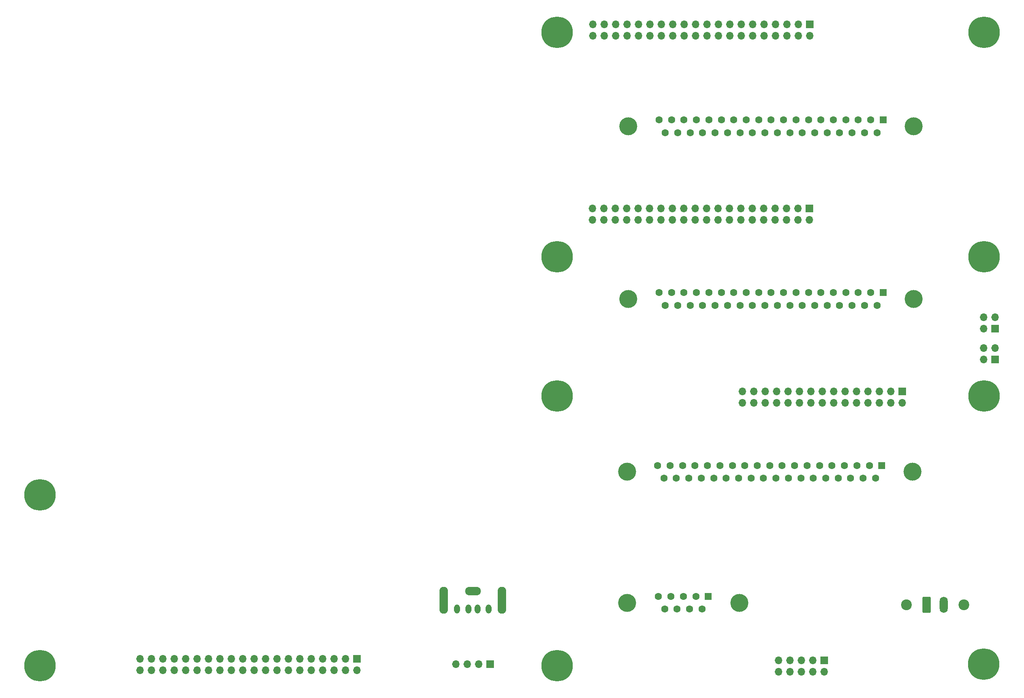
<source format=gbr>
%TF.GenerationSoftware,KiCad,Pcbnew,(7.0.0)*%
%TF.CreationDate,2025-01-08T14:06:24+03:30*%
%TF.ProjectId,tester interface,74657374-6572-4206-996e-746572666163,rev?*%
%TF.SameCoordinates,Original*%
%TF.FileFunction,Soldermask,Bot*%
%TF.FilePolarity,Negative*%
%FSLAX46Y46*%
G04 Gerber Fmt 4.6, Leading zero omitted, Abs format (unit mm)*
G04 Created by KiCad (PCBNEW (7.0.0)) date 2025-01-08 14:06:24*
%MOMM*%
%LPD*%
G01*
G04 APERTURE LIST*
G04 Aperture macros list*
%AMRoundRect*
0 Rectangle with rounded corners*
0 $1 Rounding radius*
0 $2 $3 $4 $5 $6 $7 $8 $9 X,Y pos of 4 corners*
0 Add a 4 corners polygon primitive as box body*
4,1,4,$2,$3,$4,$5,$6,$7,$8,$9,$2,$3,0*
0 Add four circle primitives for the rounded corners*
1,1,$1+$1,$2,$3*
1,1,$1+$1,$4,$5*
1,1,$1+$1,$6,$7*
1,1,$1+$1,$8,$9*
0 Add four rect primitives between the rounded corners*
20,1,$1+$1,$2,$3,$4,$5,0*
20,1,$1+$1,$4,$5,$6,$7,0*
20,1,$1+$1,$6,$7,$8,$9,0*
20,1,$1+$1,$8,$9,$2,$3,0*%
G04 Aperture macros list end*
%ADD10C,4.000000*%
%ADD11R,1.600000X1.600000*%
%ADD12C,1.600000*%
%ADD13C,0.800000*%
%ADD14C,7.000000*%
%ADD15O,1.300000X2.000000*%
%ADD16O,1.900000X6.000000*%
%ADD17O,3.500000X1.900000*%
%ADD18C,2.400000*%
%ADD19RoundRect,0.250000X-0.650000X-1.550000X0.650000X-1.550000X0.650000X1.550000X-0.650000X1.550000X0*%
%ADD20O,1.800000X3.600000*%
%ADD21R,1.700000X1.700000*%
%ADD22O,1.700000X1.700000*%
G04 APERTURE END LIST*
D10*
%TO.C,J10*%
X175162266Y-153129433D03*
X200162266Y-153129433D03*
D11*
X193202265Y-151709432D03*
D12*
X190432266Y-151709433D03*
X187662266Y-151709433D03*
X184892266Y-151709433D03*
X182122266Y-151709433D03*
X191817266Y-154549433D03*
X189047266Y-154549433D03*
X186277266Y-154549433D03*
X183507266Y-154549433D03*
%TD*%
D13*
%TO.C,H2*%
X41915000Y-129120000D03*
X42683845Y-127263845D03*
X42683845Y-130976155D03*
X44540000Y-126495000D03*
D14*
X44540000Y-129120000D03*
D13*
X44540000Y-131745000D03*
X46396155Y-127263845D03*
X46396155Y-130976155D03*
X47165000Y-129120000D03*
%TD*%
%TO.C,H9*%
X156915000Y-107120000D03*
X157683845Y-105263845D03*
X157683845Y-108976155D03*
X159540000Y-104495000D03*
D14*
X159540000Y-107120000D03*
D13*
X159540000Y-109745000D03*
X161396155Y-105263845D03*
X161396155Y-108976155D03*
X162165000Y-107120000D03*
%TD*%
%TO.C,H4*%
X156911133Y-167116132D03*
X157679978Y-165259977D03*
X157679978Y-168972287D03*
X159536133Y-164491132D03*
D14*
X159536133Y-167116132D03*
D13*
X159536133Y-169741132D03*
X161392288Y-165259977D03*
X161392288Y-168972287D03*
X162161133Y-167116132D03*
%TD*%
D10*
%TO.C,J8*%
X175126133Y-123976132D03*
X238626133Y-123976132D03*
D11*
X231806132Y-122556131D03*
D12*
X229036133Y-122556132D03*
X226266133Y-122556132D03*
X223496133Y-122556132D03*
X220726133Y-122556132D03*
X217956133Y-122556132D03*
X215186133Y-122556132D03*
X212416133Y-122556132D03*
X209646133Y-122556132D03*
X206876133Y-122556132D03*
X204106133Y-122556132D03*
X201336133Y-122556132D03*
X198566133Y-122556132D03*
X195796133Y-122556132D03*
X193026133Y-122556132D03*
X190256133Y-122556132D03*
X187486133Y-122556132D03*
X184716133Y-122556132D03*
X181946133Y-122556132D03*
X230421133Y-125396132D03*
X227651133Y-125396132D03*
X224881133Y-125396132D03*
X222111133Y-125396132D03*
X219341133Y-125396132D03*
X216571133Y-125396132D03*
X213801133Y-125396132D03*
X211031133Y-125396132D03*
X208261133Y-125396132D03*
X205491133Y-125396132D03*
X202721133Y-125396132D03*
X199951133Y-125396132D03*
X197181133Y-125396132D03*
X194411133Y-125396132D03*
X191641133Y-125396132D03*
X188871133Y-125396132D03*
X186101133Y-125396132D03*
X183331133Y-125396132D03*
%TD*%
D13*
%TO.C,H7*%
X156915000Y-76120000D03*
X157683845Y-74263845D03*
X157683845Y-77976155D03*
X159540000Y-73495000D03*
D14*
X159540000Y-76120000D03*
D13*
X159540000Y-78745000D03*
X161396155Y-74263845D03*
X161396155Y-77976155D03*
X162165000Y-76120000D03*
%TD*%
%TO.C,H5*%
X156911133Y-26116132D03*
X157679978Y-24259977D03*
X157679978Y-27972287D03*
X159536133Y-23491132D03*
D14*
X159536133Y-26116132D03*
D13*
X159536133Y-28741132D03*
X161392288Y-24259977D03*
X161392288Y-27972287D03*
X162161133Y-26116132D03*
%TD*%
%TO.C,H10*%
X251871133Y-166811132D03*
X252639978Y-164954977D03*
X252639978Y-168667287D03*
X254496133Y-164186132D03*
D14*
X254496133Y-166811132D03*
D13*
X254496133Y-169436132D03*
X256352288Y-164954977D03*
X256352288Y-168667287D03*
X257121133Y-166811132D03*
%TD*%
D10*
%TO.C,J4*%
X175436133Y-47056132D03*
X238936133Y-47056132D03*
D11*
X232116132Y-45636131D03*
D12*
X229346133Y-45636132D03*
X226576133Y-45636132D03*
X223806133Y-45636132D03*
X221036133Y-45636132D03*
X218266133Y-45636132D03*
X215496133Y-45636132D03*
X212726133Y-45636132D03*
X209956133Y-45636132D03*
X207186133Y-45636132D03*
X204416133Y-45636132D03*
X201646133Y-45636132D03*
X198876133Y-45636132D03*
X196106133Y-45636132D03*
X193336133Y-45636132D03*
X190566133Y-45636132D03*
X187796133Y-45636132D03*
X185026133Y-45636132D03*
X182256133Y-45636132D03*
X230731133Y-48476132D03*
X227961133Y-48476132D03*
X225191133Y-48476132D03*
X222421133Y-48476132D03*
X219651133Y-48476132D03*
X216881133Y-48476132D03*
X214111133Y-48476132D03*
X211341133Y-48476132D03*
X208571133Y-48476132D03*
X205801133Y-48476132D03*
X203031133Y-48476132D03*
X200261133Y-48476132D03*
X197491133Y-48476132D03*
X194721133Y-48476132D03*
X191951133Y-48476132D03*
X189181133Y-48476132D03*
X186411133Y-48476132D03*
X183641133Y-48476132D03*
%TD*%
D13*
%TO.C,H6*%
X251915000Y-107120000D03*
X252683845Y-105263845D03*
X252683845Y-108976155D03*
X254540000Y-104495000D03*
D14*
X254540000Y-107120000D03*
D13*
X254540000Y-109745000D03*
X256396155Y-105263845D03*
X256396155Y-108976155D03*
X257165000Y-107120000D03*
%TD*%
%TO.C,H1*%
X41911133Y-167116132D03*
X42679978Y-165259977D03*
X42679978Y-168972287D03*
X44536133Y-164491132D03*
X44536133Y-169741132D03*
D14*
X44540000Y-167120000D03*
D13*
X46392288Y-165259977D03*
X46392288Y-168972287D03*
X47161133Y-167116132D03*
%TD*%
D10*
%TO.C,J6*%
X175436133Y-85516132D03*
X238936133Y-85516132D03*
D11*
X232116132Y-84096131D03*
D12*
X229346133Y-84096132D03*
X226576133Y-84096132D03*
X223806133Y-84096132D03*
X221036133Y-84096132D03*
X218266133Y-84096132D03*
X215496133Y-84096132D03*
X212726133Y-84096132D03*
X209956133Y-84096132D03*
X207186133Y-84096132D03*
X204416133Y-84096132D03*
X201646133Y-84096132D03*
X198876133Y-84096132D03*
X196106133Y-84096132D03*
X193336133Y-84096132D03*
X190566133Y-84096132D03*
X187796133Y-84096132D03*
X185026133Y-84096132D03*
X182256133Y-84096132D03*
X230731133Y-86936132D03*
X227961133Y-86936132D03*
X225191133Y-86936132D03*
X222421133Y-86936132D03*
X219651133Y-86936132D03*
X216881133Y-86936132D03*
X214111133Y-86936132D03*
X211341133Y-86936132D03*
X208571133Y-86936132D03*
X205801133Y-86936132D03*
X203031133Y-86936132D03*
X200261133Y-86936132D03*
X197491133Y-86936132D03*
X194721133Y-86936132D03*
X191951133Y-86936132D03*
X189181133Y-86936132D03*
X186411133Y-86936132D03*
X183641133Y-86936132D03*
%TD*%
D15*
%TO.C,J16*%
X137336132Y-154478631D03*
X139836132Y-154478631D03*
X141836132Y-154478631D03*
X144336132Y-154478631D03*
D16*
X134366132Y-152548631D03*
D17*
X140836132Y-150568631D03*
D16*
X147306132Y-152548631D03*
%TD*%
D13*
%TO.C,H8*%
X251911133Y-26116132D03*
X252679978Y-24259977D03*
X252679978Y-27972287D03*
X254536133Y-23491132D03*
D14*
X254536133Y-26116132D03*
D13*
X254536133Y-28741132D03*
X256392288Y-24259977D03*
X256392288Y-27972287D03*
X257161133Y-26116132D03*
%TD*%
%TO.C,H3*%
X251915000Y-76120000D03*
X252683845Y-74263845D03*
X252683845Y-77976155D03*
X254540000Y-73495000D03*
D14*
X254540000Y-76120000D03*
D13*
X254540000Y-78745000D03*
X256396155Y-74263845D03*
X256396155Y-77976155D03*
X257165000Y-76120000D03*
%TD*%
D18*
%TO.C,J14*%
X237296133Y-153606132D03*
X250106133Y-153606132D03*
D19*
X241796133Y-153606132D03*
D20*
X245606132Y-153606131D03*
%TD*%
D21*
%TO.C,J15*%
X257036132Y-92116131D03*
D22*
X254496132Y-92116131D03*
X257036132Y-89576131D03*
X254496132Y-89576131D03*
%TD*%
D21*
%TO.C,J9*%
X144636132Y-166816131D03*
D22*
X142096132Y-166816131D03*
X139556132Y-166816131D03*
X137016132Y-166816131D03*
%TD*%
D21*
%TO.C,J17*%
X218976132Y-165951131D03*
D22*
X218976132Y-168491131D03*
X216436132Y-165951131D03*
X216436132Y-168491131D03*
X213896132Y-165951131D03*
X213896132Y-168491131D03*
X211356132Y-165951131D03*
X211356132Y-168491131D03*
X208816132Y-165951131D03*
X208816132Y-168491131D03*
%TD*%
D21*
%TO.C,J1*%
X114996132Y-165576131D03*
D22*
X114996132Y-168116131D03*
X112456132Y-165576131D03*
X112456132Y-168116131D03*
X109916132Y-165576131D03*
X109916132Y-168116131D03*
X107376132Y-165576131D03*
X107376132Y-168116131D03*
X104836132Y-165576131D03*
X104836132Y-168116131D03*
X102296132Y-165576131D03*
X102296132Y-168116131D03*
X99756132Y-165576131D03*
X99756132Y-168116131D03*
X97216132Y-165576131D03*
X97216132Y-168116131D03*
X94676132Y-165576131D03*
X94676132Y-168116131D03*
X92136132Y-165576131D03*
X92136132Y-168116131D03*
X89596132Y-165576131D03*
X89596132Y-168116131D03*
X87056132Y-165576131D03*
X87056132Y-168116131D03*
X84516132Y-165576131D03*
X84516132Y-168116131D03*
X81976132Y-165576131D03*
X81976132Y-168116131D03*
X79436132Y-165576131D03*
X79436132Y-168116131D03*
X76896132Y-165576131D03*
X76896132Y-168116131D03*
X74356132Y-165576131D03*
X74356132Y-168116131D03*
X71816132Y-165576131D03*
X71816132Y-168116131D03*
X69276132Y-165576131D03*
X69276132Y-168116131D03*
X66736132Y-165576131D03*
X66736132Y-168116131D03*
%TD*%
D21*
%TO.C,J5*%
X215691132Y-65366131D03*
D22*
X215691132Y-67906131D03*
X213151132Y-65366131D03*
X213151132Y-67906131D03*
X210611132Y-65366131D03*
X210611132Y-67906131D03*
X208071132Y-65366131D03*
X208071132Y-67906131D03*
X205531132Y-65366131D03*
X205531132Y-67906131D03*
X202991132Y-65366131D03*
X202991132Y-67906131D03*
X200451132Y-65366131D03*
X200451132Y-67906131D03*
X197911132Y-65366131D03*
X197911132Y-67906131D03*
X195371132Y-65366131D03*
X195371132Y-67906131D03*
X192831132Y-65366131D03*
X192831132Y-67906131D03*
X190291132Y-65366131D03*
X190291132Y-67906131D03*
X187751132Y-65366131D03*
X187751132Y-67906131D03*
X185211132Y-65366131D03*
X185211132Y-67906131D03*
X182671132Y-65366131D03*
X182671132Y-67906131D03*
X180131132Y-65366131D03*
X180131132Y-67906131D03*
X177591132Y-65366131D03*
X177591132Y-67906131D03*
X175051132Y-65366131D03*
X175051132Y-67906131D03*
X172511132Y-65366131D03*
X172511132Y-67906131D03*
X169971132Y-65366131D03*
X169971132Y-67906131D03*
X167431132Y-65366131D03*
X167431132Y-67906131D03*
%TD*%
D21*
%TO.C,J13*%
X257051132Y-98941131D03*
D22*
X254511132Y-98941131D03*
X257051132Y-96401131D03*
X254511132Y-96401131D03*
%TD*%
D21*
%TO.C,J3*%
X215821132Y-24341131D03*
D22*
X215821132Y-26881131D03*
X213281132Y-24341131D03*
X213281132Y-26881131D03*
X210741132Y-24341131D03*
X210741132Y-26881131D03*
X208201132Y-24341131D03*
X208201132Y-26881131D03*
X205661132Y-24341131D03*
X205661132Y-26881131D03*
X203121132Y-24341131D03*
X203121132Y-26881131D03*
X200581132Y-24341131D03*
X200581132Y-26881131D03*
X198041132Y-24341131D03*
X198041132Y-26881131D03*
X195501132Y-24341131D03*
X195501132Y-26881131D03*
X192961132Y-24341131D03*
X192961132Y-26881131D03*
X190421132Y-24341131D03*
X190421132Y-26881131D03*
X187881132Y-24341131D03*
X187881132Y-26881131D03*
X185341132Y-24341131D03*
X185341132Y-26881131D03*
X182801132Y-24341131D03*
X182801132Y-26881131D03*
X180261132Y-24341131D03*
X180261132Y-26881131D03*
X177721132Y-24341131D03*
X177721132Y-26881131D03*
X175181132Y-24341131D03*
X175181132Y-26881131D03*
X172641132Y-24341131D03*
X172641132Y-26881131D03*
X170101132Y-24341131D03*
X170101132Y-26881131D03*
X167561132Y-24341131D03*
X167561132Y-26881131D03*
%TD*%
D21*
%TO.C,J7*%
X236331132Y-106041131D03*
D22*
X236331132Y-108581131D03*
X233791132Y-106041131D03*
X233791132Y-108581131D03*
X231251132Y-106041131D03*
X231251132Y-108581131D03*
X228711132Y-106041131D03*
X228711132Y-108581131D03*
X226171132Y-106041131D03*
X226171132Y-108581131D03*
X223631132Y-106041131D03*
X223631132Y-108581131D03*
X221091132Y-106041131D03*
X221091132Y-108581131D03*
X218551132Y-106041131D03*
X218551132Y-108581131D03*
X216011132Y-106041131D03*
X216011132Y-108581131D03*
X213471132Y-106041131D03*
X213471132Y-108581131D03*
X210931132Y-106041131D03*
X210931132Y-108581131D03*
X208391132Y-106041131D03*
X208391132Y-108581131D03*
X205851132Y-106041131D03*
X205851132Y-108581131D03*
X203311132Y-106041131D03*
X203311132Y-108581131D03*
X200771132Y-106041131D03*
X200771132Y-108581131D03*
%TD*%
M02*

</source>
